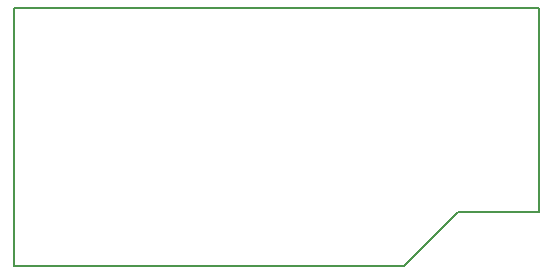
<source format=gm1>
G04 #@! TF.FileFunction,Profile,NP*
%FSLAX46Y46*%
G04 Gerber Fmt 4.6, Leading zero omitted, Abs format (unit mm)*
G04 Created by KiCad (PCBNEW 4.0.5-e0-6337~49~ubuntu14.04.1) date Sun Mar 12 14:50:38 2017*
%MOMM*%
%LPD*%
G01*
G04 APERTURE LIST*
%ADD10C,0.100000*%
%ADD11C,0.150000*%
G04 APERTURE END LIST*
D10*
D11*
X177800000Y-123190000D02*
X177800000Y-105918000D01*
X170942000Y-123190000D02*
X177800000Y-123190000D01*
X166370000Y-127762000D02*
X170942000Y-123190000D01*
X133350000Y-127762000D02*
X166370000Y-127762000D01*
X133350000Y-105918000D02*
X133350000Y-127762000D01*
X177800000Y-105918000D02*
X133350000Y-105918000D01*
M02*

</source>
